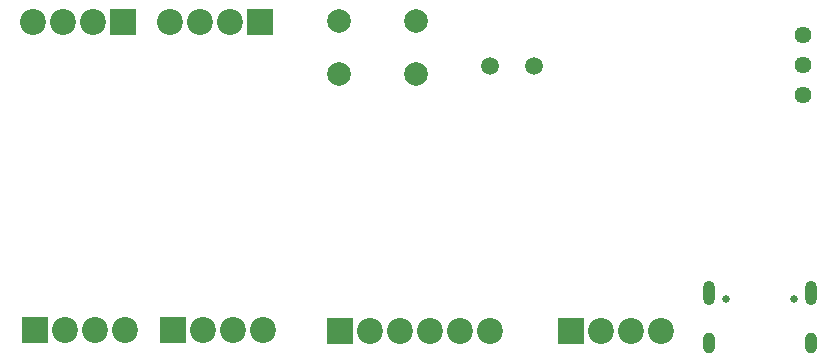
<source format=gbr>
%TF.GenerationSoftware,KiCad,Pcbnew,7.0.10-7.0.10~ubuntu22.04.1*%
%TF.CreationDate,2024-03-09T00:22:00+09:00*%
%TF.ProjectId,iolink,696f6c69-6e6b-42e6-9b69-6361645f7063,rev?*%
%TF.SameCoordinates,Original*%
%TF.FileFunction,Soldermask,Bot*%
%TF.FilePolarity,Negative*%
%FSLAX46Y46*%
G04 Gerber Fmt 4.6, Leading zero omitted, Abs format (unit mm)*
G04 Created by KiCad (PCBNEW 7.0.10-7.0.10~ubuntu22.04.1) date 2024-03-09 00:22:00*
%MOMM*%
%LPD*%
G01*
G04 APERTURE LIST*
%ADD10C,1.440000*%
%ADD11C,0.650000*%
%ADD12O,1.000000X2.100000*%
%ADD13O,1.000000X1.800000*%
%ADD14C,1.500000*%
%ADD15R,2.200000X2.200000*%
%ADD16C,2.200000*%
%ADD17C,2.000000*%
G04 APERTURE END LIST*
D10*
%TO.C,IC3*%
X119870000Y-79890000D03*
X119870000Y-77350000D03*
X119870000Y-74810000D03*
%TD*%
D11*
%TO.C,J2*%
X113350000Y-97165000D03*
X119130000Y-97165000D03*
D12*
X111920000Y-96665000D03*
D13*
X111920000Y-100845000D03*
D12*
X120560000Y-96665000D03*
D13*
X120560000Y-100845000D03*
%TD*%
D14*
%TO.C,Y1*%
X93320000Y-77420000D03*
X97120000Y-77420000D03*
%TD*%
D15*
%TO.C,J4*%
X54820000Y-99790000D03*
D16*
X57360000Y-99790000D03*
X59900000Y-99790000D03*
X62440000Y-99790000D03*
%TD*%
D15*
%TO.C,J5*%
X66500000Y-99800000D03*
D16*
X69040000Y-99800000D03*
X71580000Y-99800000D03*
X74120000Y-99800000D03*
%TD*%
D15*
%TO.C,J7*%
X62280000Y-73670000D03*
D16*
X59740000Y-73670000D03*
X57200000Y-73670000D03*
X54660000Y-73670000D03*
%TD*%
D15*
%TO.C,J6*%
X73910000Y-73670000D03*
D16*
X71370000Y-73670000D03*
X68830000Y-73670000D03*
X66290000Y-73670000D03*
%TD*%
D15*
%TO.C,J8*%
X80640000Y-99820000D03*
D16*
X83180000Y-99820000D03*
X85720000Y-99820000D03*
X88260000Y-99820000D03*
X90800000Y-99820000D03*
X93340000Y-99820000D03*
%TD*%
D15*
%TO.C,J1*%
X100210000Y-99850000D03*
D16*
X102750000Y-99850000D03*
X105290000Y-99850000D03*
X107830000Y-99850000D03*
%TD*%
D17*
%TO.C,SW1*%
X80590000Y-73590000D03*
X87090000Y-73590000D03*
X80590000Y-78090000D03*
X87090000Y-78090000D03*
%TD*%
M02*

</source>
